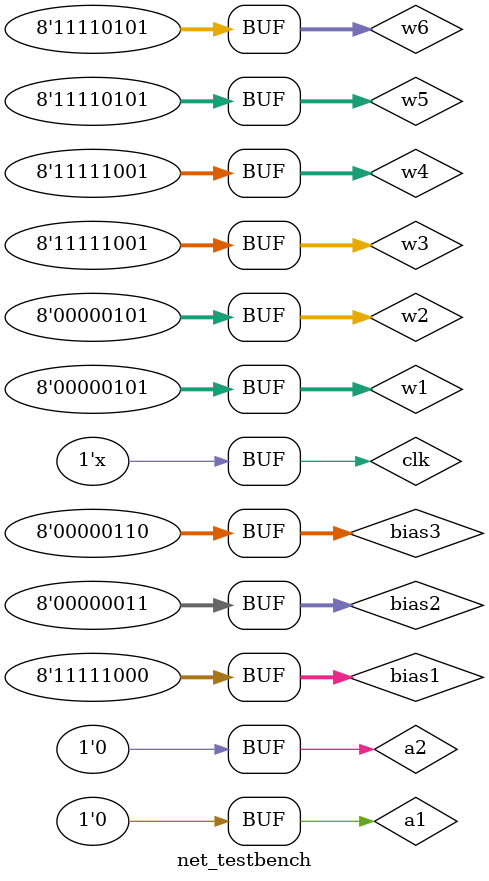
<source format=v>
`timescale 1ns / 1ps


module net_testbench();
    
    reg clk, a1, a2;
    reg signed [7:0] w1, w2, w3, w4, w5, w6, bias1, bias2, bias3;
    
    net DUT (clk, a1, a2, a3, w1, w2, w3, w4, w5, w6, bias1, bias2, bias3, out1, out2, out3);

    initial clk = 0;
    always #10 clk = ~clk;
    
    initial begin
        a1 = 0;
        a2 = 0;
        w1 = 0;
        w2 = 0;
        w3 = 0;
        w4 = 0;
        w5 = 0;
        w6 = 0;
        bias1 = 0;
        bias2 = 0;
        bias3 = 0;
    
        #100;
        
        w1 = 8'd5;
        w2 = 8'd5;
        w3 = -8'd7;
        w4 = -8'd7;
        w5 = -8'd11;
        w6 = -8'd11;
        bias1 = -8'd8;
        bias2 = 8'd3;
        bias3 = 8'd6;

        #100;
        
        a1 = 1;
        a2 = 1;
        
        #100;
        a1 = 1;
        a2 = 0;
        
        #100;
        a1 = 0;
        a2 = 1;
        
        #100;
        a1 = 0;
        a2 = 0;
    end
endmodule

</source>
